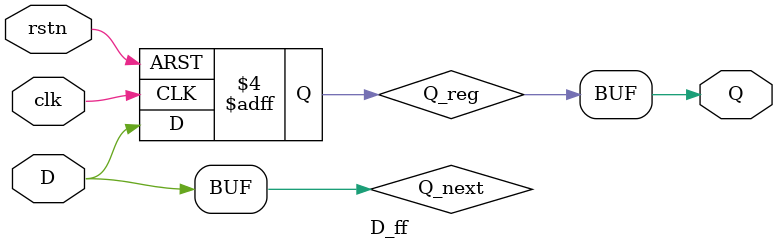
<source format=v>
module D_ff (
    input clk, rstn, D,
    output Q
);
    reg Q_next, Q_reg;

    always @(*) begin
        Q_next = D;
    end
 
    always @(posedge clk, negedge rstn) begin
        if (!rstn) 
            Q_reg <= 0;
        else
            Q_reg <= Q_next;
    end

    assign Q = Q_reg;
endmodule 
</source>
